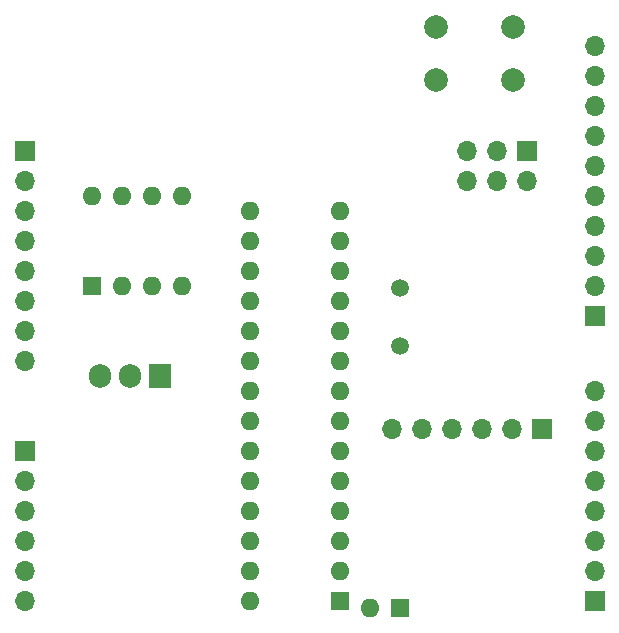
<source format=gbs>
G04 #@! TF.GenerationSoftware,KiCad,Pcbnew,6.0.11-3.fc36*
G04 #@! TF.CreationDate,2023-05-11T19:02:22+09:00*
G04 #@! TF.ProjectId,Tetiduino,54657469-6475-4696-9e6f-2e6b69636164,rev?*
G04 #@! TF.SameCoordinates,Original*
G04 #@! TF.FileFunction,Soldermask,Bot*
G04 #@! TF.FilePolarity,Negative*
%FSLAX46Y46*%
G04 Gerber Fmt 4.6, Leading zero omitted, Abs format (unit mm)*
G04 Created by KiCad (PCBNEW 6.0.11-3.fc36) date 2023-05-11 19:02:22*
%MOMM*%
%LPD*%
G01*
G04 APERTURE LIST*
%ADD10R,1.700000X1.700000*%
%ADD11O,1.700000X1.700000*%
%ADD12R,1.600000X1.600000*%
%ADD13O,1.600000X1.600000*%
%ADD14C,2.000000*%
%ADD15R,1.905000X2.000000*%
%ADD16O,1.905000X2.000000*%
%ADD17C,1.500000*%
G04 APERTURE END LIST*
D10*
X124460000Y-98440000D03*
D11*
X124460000Y-100980000D03*
X124460000Y-103520000D03*
X124460000Y-106060000D03*
X124460000Y-108600000D03*
X124460000Y-111140000D03*
X124460000Y-113680000D03*
X124460000Y-116220000D03*
D12*
X156210000Y-137160000D03*
D13*
X153670000Y-137160000D03*
D10*
X168250000Y-121945000D03*
D11*
X165710000Y-121945000D03*
X163170000Y-121945000D03*
X160630000Y-121945000D03*
X158090000Y-121945000D03*
X155550000Y-121945000D03*
D14*
X165810000Y-92420000D03*
X159310000Y-92420000D03*
X159310000Y-87920000D03*
X165810000Y-87920000D03*
D12*
X130185000Y-109845000D03*
D13*
X132725000Y-109845000D03*
X135265000Y-109845000D03*
X137805000Y-109845000D03*
X137805000Y-102225000D03*
X135265000Y-102225000D03*
X132725000Y-102225000D03*
X130185000Y-102225000D03*
D12*
X151120000Y-136515000D03*
D13*
X151120000Y-133975000D03*
X151120000Y-131435000D03*
X151120000Y-128895000D03*
X151120000Y-126355000D03*
X151120000Y-123815000D03*
X151120000Y-121275000D03*
X151120000Y-118735000D03*
X151120000Y-116195000D03*
X151120000Y-113655000D03*
X151120000Y-111115000D03*
X151120000Y-108575000D03*
X151120000Y-106035000D03*
X151120000Y-103495000D03*
X143500000Y-103495000D03*
X143500000Y-106035000D03*
X143500000Y-108575000D03*
X143500000Y-111115000D03*
X143500000Y-113655000D03*
X143500000Y-116195000D03*
X143500000Y-118735000D03*
X143500000Y-121275000D03*
X143500000Y-123815000D03*
X143500000Y-126355000D03*
X143500000Y-128895000D03*
X143500000Y-131435000D03*
X143500000Y-133975000D03*
X143500000Y-136515000D03*
D10*
X172720000Y-136510000D03*
D11*
X172720000Y-133970000D03*
X172720000Y-131430000D03*
X172720000Y-128890000D03*
X172720000Y-126350000D03*
X172720000Y-123810000D03*
X172720000Y-121270000D03*
X172720000Y-118730000D03*
D10*
X167005000Y-98425000D03*
D11*
X167005000Y-100965000D03*
X164465000Y-98425000D03*
X164465000Y-100965000D03*
X161925000Y-98425000D03*
X161925000Y-100965000D03*
D15*
X135890000Y-117475000D03*
D16*
X133350000Y-117475000D03*
X130810000Y-117475000D03*
D10*
X124460000Y-123825000D03*
D11*
X124460000Y-126365000D03*
X124460000Y-128905000D03*
X124460000Y-131445000D03*
X124460000Y-133985000D03*
X124460000Y-136525000D03*
D17*
X156210000Y-114935000D03*
X156210000Y-110055000D03*
D10*
X172695000Y-112365000D03*
D11*
X172695000Y-109825000D03*
X172695000Y-107285000D03*
X172695000Y-104745000D03*
X172695000Y-102205000D03*
X172695000Y-99665000D03*
X172695000Y-97125000D03*
X172695000Y-94585000D03*
X172695000Y-92045000D03*
X172695000Y-89505000D03*
M02*

</source>
